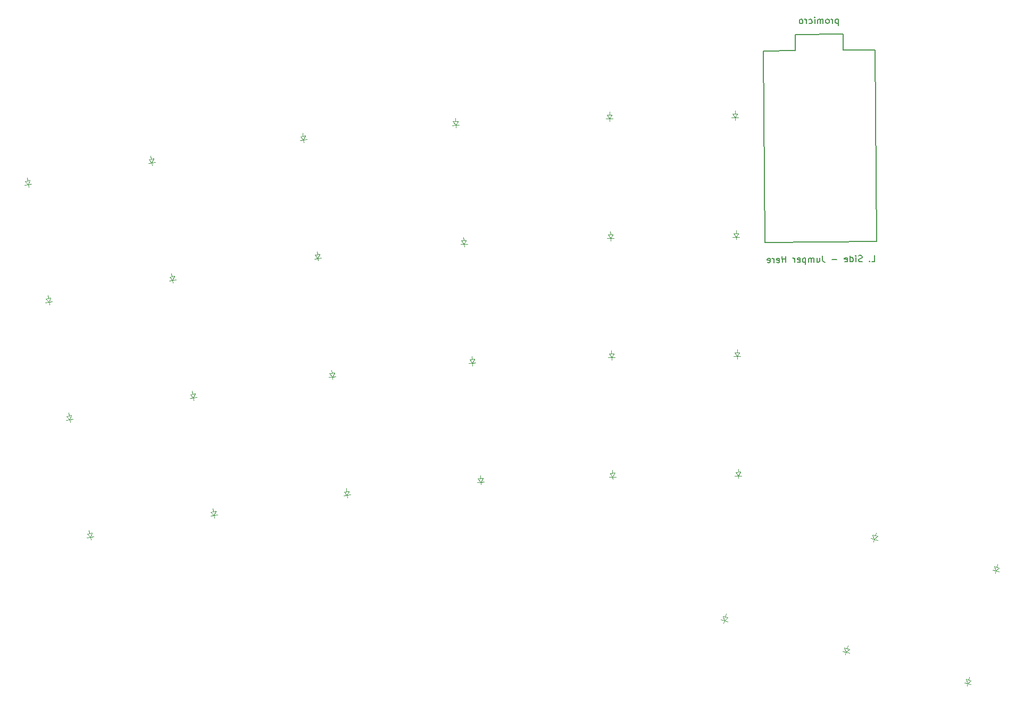
<source format=gbr>
%TF.GenerationSoftware,KiCad,Pcbnew,7.0.10-7.0.10~ubuntu22.04.1*%
%TF.CreationDate,2024-03-04T12:43:43-07:00*%
%TF.ProjectId,boardPcb,626f6172-6450-4636-922e-6b696361645f,v1.0.0*%
%TF.SameCoordinates,Original*%
%TF.FileFunction,Legend,Bot*%
%TF.FilePolarity,Positive*%
%FSLAX46Y46*%
G04 Gerber Fmt 4.6, Leading zero omitted, Abs format (unit mm)*
G04 Created by KiCad (PCBNEW 7.0.10-7.0.10~ubuntu22.04.1) date 2024-03-04 12:43:43*
%MOMM*%
%LPD*%
G01*
G04 APERTURE LIST*
%ADD10C,0.150000*%
%ADD11C,0.100000*%
G04 APERTURE END LIST*
D10*
X267521396Y-137398156D02*
X267997569Y-137394001D01*
X267997569Y-137394001D02*
X267988842Y-136394039D01*
X267187244Y-137305831D02*
X267140043Y-137353864D01*
X267140043Y-137353864D02*
X267188076Y-137401065D01*
X267188076Y-137401065D02*
X267235277Y-137353032D01*
X267235277Y-137353032D02*
X267187244Y-137305831D01*
X267187244Y-137305831D02*
X267188076Y-137401065D01*
X265997229Y-137363837D02*
X265854793Y-137412701D01*
X265854793Y-137412701D02*
X265616707Y-137414778D01*
X265616707Y-137414778D02*
X265521057Y-137367992D01*
X265521057Y-137367992D02*
X265473024Y-137320791D01*
X265473024Y-137320791D02*
X265424576Y-137225972D01*
X265424576Y-137225972D02*
X265423745Y-137130737D01*
X265423745Y-137130737D02*
X265470531Y-137035087D01*
X265470531Y-137035087D02*
X265517733Y-136987054D01*
X265517733Y-136987054D02*
X265612552Y-136938606D01*
X265612552Y-136938606D02*
X265802605Y-136889327D01*
X265802605Y-136889327D02*
X265897424Y-136840878D01*
X265897424Y-136840878D02*
X265944626Y-136792845D01*
X265944626Y-136792845D02*
X265991412Y-136697195D01*
X265991412Y-136697195D02*
X265990581Y-136601961D01*
X265990581Y-136601961D02*
X265942132Y-136507142D01*
X265942132Y-136507142D02*
X265894099Y-136459940D01*
X265894099Y-136459940D02*
X265798449Y-136413154D01*
X265798449Y-136413154D02*
X265560363Y-136415232D01*
X265560363Y-136415232D02*
X265417927Y-136464096D01*
X264997683Y-137420181D02*
X264991865Y-136753539D01*
X264988956Y-136420219D02*
X265036989Y-136467420D01*
X265036989Y-136467420D02*
X264989787Y-136515453D01*
X264989787Y-136515453D02*
X264941755Y-136468251D01*
X264941755Y-136468251D02*
X264988956Y-136420219D01*
X264988956Y-136420219D02*
X264989787Y-136515453D01*
X264092956Y-137428076D02*
X264084229Y-136428114D01*
X264092540Y-137380459D02*
X264188190Y-137427245D01*
X264188190Y-137427245D02*
X264378659Y-137425583D01*
X264378659Y-137425583D02*
X264473478Y-137377134D01*
X264473478Y-137377134D02*
X264520680Y-137329102D01*
X264520680Y-137329102D02*
X264567466Y-137233452D01*
X264567466Y-137233452D02*
X264564973Y-136947748D01*
X264564973Y-136947748D02*
X264516524Y-136852929D01*
X264516524Y-136852929D02*
X264468492Y-136805727D01*
X264468492Y-136805727D02*
X264372842Y-136758941D01*
X264372842Y-136758941D02*
X264182373Y-136760604D01*
X264182373Y-136760604D02*
X264087554Y-136809052D01*
X263235430Y-137387939D02*
X263331080Y-137434725D01*
X263331080Y-137434725D02*
X263521549Y-137433063D01*
X263521549Y-137433063D02*
X263616368Y-137384614D01*
X263616368Y-137384614D02*
X263663154Y-137288964D01*
X263663154Y-137288964D02*
X263659830Y-136908026D01*
X263659830Y-136908026D02*
X263611381Y-136813207D01*
X263611381Y-136813207D02*
X263515731Y-136766421D01*
X263515731Y-136766421D02*
X263325262Y-136768083D01*
X263325262Y-136768083D02*
X263230443Y-136816532D01*
X263230443Y-136816532D02*
X263183657Y-136912182D01*
X263183657Y-136912182D02*
X263184488Y-137007416D01*
X263184488Y-137007416D02*
X263661492Y-137098495D01*
X261994473Y-137065422D02*
X261232597Y-137072071D01*
X259703443Y-136466345D02*
X259709677Y-137180603D01*
X259709677Y-137180603D02*
X259758540Y-137323039D01*
X259758540Y-137323039D02*
X259854606Y-137417443D01*
X259854606Y-137417443D02*
X259997873Y-137463813D01*
X259997873Y-137463813D02*
X260093108Y-137462982D01*
X258801625Y-136807561D02*
X258807442Y-137474202D01*
X259230180Y-136803821D02*
X259234751Y-137327610D01*
X259234751Y-137327610D02*
X259187965Y-137423260D01*
X259187965Y-137423260D02*
X259093146Y-137471709D01*
X259093146Y-137471709D02*
X258950294Y-137472955D01*
X258950294Y-137472955D02*
X258854644Y-137426169D01*
X258854644Y-137426169D02*
X258806611Y-137378967D01*
X258331270Y-137478357D02*
X258325452Y-136811716D01*
X258326283Y-136906951D02*
X258278250Y-136859749D01*
X258278250Y-136859749D02*
X258182600Y-136812963D01*
X258182600Y-136812963D02*
X258039749Y-136814209D01*
X258039749Y-136814209D02*
X257944930Y-136862658D01*
X257944930Y-136862658D02*
X257898144Y-136958308D01*
X257898144Y-136958308D02*
X257902715Y-137482097D01*
X257898144Y-136958308D02*
X257849695Y-136863489D01*
X257849695Y-136863489D02*
X257754045Y-136816703D01*
X257754045Y-136816703D02*
X257611194Y-136817949D01*
X257611194Y-136817949D02*
X257516375Y-136866398D01*
X257516375Y-136866398D02*
X257469589Y-136962048D01*
X257469589Y-136962048D02*
X257474160Y-137485837D01*
X256992170Y-136823352D02*
X257000896Y-137823313D01*
X256992585Y-136870969D02*
X256896935Y-136824183D01*
X256896935Y-136824183D02*
X256706466Y-136825845D01*
X256706466Y-136825845D02*
X256611648Y-136874293D01*
X256611648Y-136874293D02*
X256564446Y-136922326D01*
X256564446Y-136922326D02*
X256517660Y-137017976D01*
X256517660Y-137017976D02*
X256520153Y-137303679D01*
X256520153Y-137303679D02*
X256568601Y-137398498D01*
X256568601Y-137398498D02*
X256616634Y-137445700D01*
X256616634Y-137445700D02*
X256712284Y-137492486D01*
X256712284Y-137492486D02*
X256902753Y-137490824D01*
X256902753Y-137490824D02*
X256997572Y-137442376D01*
X255711907Y-137453595D02*
X255807557Y-137500382D01*
X255807557Y-137500382D02*
X255998026Y-137498719D01*
X255998026Y-137498719D02*
X256092844Y-137450271D01*
X256092844Y-137450271D02*
X256139631Y-137354621D01*
X256139631Y-137354621D02*
X256136306Y-136973683D01*
X256136306Y-136973683D02*
X256087858Y-136878864D01*
X256087858Y-136878864D02*
X255992208Y-136832078D01*
X255992208Y-136832078D02*
X255801739Y-136833740D01*
X255801739Y-136833740D02*
X255706920Y-136882189D01*
X255706920Y-136882189D02*
X255660134Y-136977839D01*
X255660134Y-136977839D02*
X255660965Y-137073073D01*
X255660965Y-137073073D02*
X256137968Y-137164152D01*
X255236150Y-137505368D02*
X255230332Y-136838727D01*
X255231994Y-137029196D02*
X255183546Y-136934377D01*
X255183546Y-136934377D02*
X255135513Y-136887175D01*
X255135513Y-136887175D02*
X255039863Y-136840389D01*
X255039863Y-136840389D02*
X254944629Y-136841220D01*
X253855249Y-137517419D02*
X253846523Y-136517457D01*
X253850678Y-136993629D02*
X253279271Y-136998616D01*
X253283842Y-137522406D02*
X253275116Y-136522444D01*
X252426317Y-137482268D02*
X252521967Y-137529054D01*
X252521967Y-137529054D02*
X252712436Y-137527392D01*
X252712436Y-137527392D02*
X252807255Y-137478944D01*
X252807255Y-137478944D02*
X252854041Y-137383294D01*
X252854041Y-137383294D02*
X252850716Y-137002356D01*
X252850716Y-137002356D02*
X252802268Y-136907537D01*
X252802268Y-136907537D02*
X252706618Y-136860751D01*
X252706618Y-136860751D02*
X252516149Y-136862413D01*
X252516149Y-136862413D02*
X252421330Y-136910861D01*
X252421330Y-136910861D02*
X252374544Y-137006512D01*
X252374544Y-137006512D02*
X252375375Y-137101746D01*
X252375375Y-137101746D02*
X252852378Y-137192825D01*
X251950560Y-137534041D02*
X251944742Y-136867400D01*
X251946404Y-137057869D02*
X251897956Y-136963050D01*
X251897956Y-136963050D02*
X251849923Y-136915848D01*
X251849923Y-136915848D02*
X251754273Y-136869062D01*
X251754273Y-136869062D02*
X251659039Y-136869893D01*
X250950182Y-137495150D02*
X251045832Y-137541936D01*
X251045832Y-137541936D02*
X251236301Y-137540274D01*
X251236301Y-137540274D02*
X251331120Y-137491826D01*
X251331120Y-137491826D02*
X251377906Y-137396176D01*
X251377906Y-137396176D02*
X251374582Y-137015238D01*
X251374582Y-137015238D02*
X251326133Y-136920419D01*
X251326133Y-136920419D02*
X251230483Y-136873633D01*
X251230483Y-136873633D02*
X251040014Y-136875295D01*
X251040014Y-136875295D02*
X250945195Y-136923744D01*
X250945195Y-136923744D02*
X250898409Y-137019394D01*
X250898409Y-137019394D02*
X250899240Y-137114628D01*
X250899240Y-137114628D02*
X251376244Y-137205707D01*
X262207969Y-98776387D02*
X262216695Y-99776349D01*
X262208384Y-98824004D02*
X262112734Y-98777218D01*
X262112734Y-98777218D02*
X261922265Y-98778880D01*
X261922265Y-98778880D02*
X261827446Y-98827329D01*
X261827446Y-98827329D02*
X261780245Y-98875361D01*
X261780245Y-98875361D02*
X261733458Y-98971011D01*
X261733458Y-98971011D02*
X261735952Y-99256715D01*
X261735952Y-99256715D02*
X261784400Y-99351534D01*
X261784400Y-99351534D02*
X261832433Y-99398735D01*
X261832433Y-99398735D02*
X261928083Y-99445522D01*
X261928083Y-99445522D02*
X262118552Y-99443859D01*
X262118552Y-99443859D02*
X262213371Y-99395411D01*
X261309059Y-99450924D02*
X261303241Y-98784282D01*
X261304903Y-98974751D02*
X261256455Y-98879932D01*
X261256455Y-98879932D02*
X261208422Y-98832731D01*
X261208422Y-98832731D02*
X261112772Y-98785945D01*
X261112772Y-98785945D02*
X261017538Y-98786776D01*
X260547183Y-99457573D02*
X260642002Y-99409124D01*
X260642002Y-99409124D02*
X260689203Y-99361091D01*
X260689203Y-99361091D02*
X260735989Y-99265441D01*
X260735989Y-99265441D02*
X260733496Y-98979738D01*
X260733496Y-98979738D02*
X260685048Y-98884919D01*
X260685048Y-98884919D02*
X260637015Y-98837717D01*
X260637015Y-98837717D02*
X260541365Y-98790931D01*
X260541365Y-98790931D02*
X260398513Y-98792178D01*
X260398513Y-98792178D02*
X260303694Y-98840626D01*
X260303694Y-98840626D02*
X260256493Y-98888659D01*
X260256493Y-98888659D02*
X260209706Y-98984309D01*
X260209706Y-98984309D02*
X260212200Y-99270012D01*
X260212200Y-99270012D02*
X260260648Y-99364831D01*
X260260648Y-99364831D02*
X260308681Y-99412033D01*
X260308681Y-99412033D02*
X260404331Y-99458819D01*
X260404331Y-99458819D02*
X260547183Y-99457573D01*
X259785307Y-99464221D02*
X259779489Y-98797580D01*
X259780320Y-98892815D02*
X259732287Y-98845613D01*
X259732287Y-98845613D02*
X259636637Y-98798827D01*
X259636637Y-98798827D02*
X259493786Y-98800073D01*
X259493786Y-98800073D02*
X259398967Y-98848522D01*
X259398967Y-98848522D02*
X259352181Y-98944172D01*
X259352181Y-98944172D02*
X259356752Y-99467961D01*
X259352181Y-98944172D02*
X259303732Y-98849353D01*
X259303732Y-98849353D02*
X259208082Y-98802567D01*
X259208082Y-98802567D02*
X259065231Y-98803813D01*
X259065231Y-98803813D02*
X258970412Y-98852262D01*
X258970412Y-98852262D02*
X258923626Y-98947912D01*
X258923626Y-98947912D02*
X258928197Y-99471701D01*
X258452025Y-99475857D02*
X258446207Y-98809215D01*
X258443298Y-98475895D02*
X258491331Y-98523096D01*
X258491331Y-98523096D02*
X258444129Y-98571129D01*
X258444129Y-98571129D02*
X258396096Y-98523928D01*
X258396096Y-98523928D02*
X258443298Y-98475895D01*
X258443298Y-98475895D02*
X258444129Y-98571129D01*
X257546882Y-99436135D02*
X257642532Y-99482921D01*
X257642532Y-99482921D02*
X257833001Y-99481259D01*
X257833001Y-99481259D02*
X257927820Y-99432810D01*
X257927820Y-99432810D02*
X257975022Y-99384778D01*
X257975022Y-99384778D02*
X258021808Y-99289128D01*
X258021808Y-99289128D02*
X258019314Y-99003424D01*
X258019314Y-99003424D02*
X257970866Y-98908605D01*
X257970866Y-98908605D02*
X257922833Y-98861404D01*
X257922833Y-98861404D02*
X257827183Y-98814618D01*
X257827183Y-98814618D02*
X257636714Y-98816280D01*
X257636714Y-98816280D02*
X257541895Y-98864728D01*
X257118742Y-99487492D02*
X257112925Y-98820851D01*
X257114587Y-99011320D02*
X257066138Y-98916501D01*
X257066138Y-98916501D02*
X257018106Y-98869299D01*
X257018106Y-98869299D02*
X256922456Y-98822513D01*
X256922456Y-98822513D02*
X256827221Y-98823344D01*
X256356866Y-99494141D02*
X256451685Y-99445693D01*
X256451685Y-99445693D02*
X256498887Y-99397660D01*
X256498887Y-99397660D02*
X256545673Y-99302010D01*
X256545673Y-99302010D02*
X256543180Y-99016306D01*
X256543180Y-99016306D02*
X256494731Y-98921487D01*
X256494731Y-98921487D02*
X256446699Y-98874286D01*
X256446699Y-98874286D02*
X256351048Y-98827500D01*
X256351048Y-98827500D02*
X256208197Y-98828746D01*
X256208197Y-98828746D02*
X256113378Y-98877195D01*
X256113378Y-98877195D02*
X256066176Y-98925227D01*
X256066176Y-98925227D02*
X256019390Y-99020877D01*
X256019390Y-99020877D02*
X256021883Y-99306581D01*
X256021883Y-99306581D02*
X256070332Y-99401400D01*
X256070332Y-99401400D02*
X256118364Y-99448601D01*
X256118364Y-99448601D02*
X256214014Y-99495388D01*
X256214014Y-99495388D02*
X256356866Y-99494141D01*
D11*
%TO.C,D7*%
X156314789Y-140744446D02*
X156245330Y-140350523D01*
X156245330Y-140350523D02*
X155703686Y-140446029D01*
X156245330Y-140350523D02*
X156786974Y-140255016D01*
X156245330Y-140350523D02*
X155747218Y-139829097D01*
X155747218Y-139829097D02*
X156535064Y-139690179D01*
X156141141Y-139759638D02*
X156054317Y-139267234D01*
X156535064Y-139690179D02*
X156245330Y-140350523D01*
%TO.C,D23*%
X245942268Y-133881514D02*
X245938777Y-133481530D01*
X245938777Y-133481530D02*
X245388798Y-133486329D01*
X245938777Y-133481530D02*
X246488756Y-133476730D01*
X245938777Y-133481530D02*
X245533557Y-132885043D01*
X245533557Y-132885043D02*
X246333526Y-132878062D01*
X245933541Y-132881553D02*
X245929178Y-132381572D01*
X246333526Y-132878062D02*
X245938777Y-133481530D01*
%TO.C,D15*%
X202658094Y-135001475D02*
X202630192Y-134602449D01*
X202630192Y-134602449D02*
X202081532Y-134640815D01*
X202630192Y-134602449D02*
X203178852Y-134564083D01*
X202630192Y-134602449D02*
X202189312Y-134031814D01*
X202189312Y-134031814D02*
X202987364Y-133976008D01*
X202588338Y-134003911D02*
X202553460Y-133505129D01*
X202987364Y-133976008D02*
X202630192Y-134602449D01*
%TO.C,D16*%
X201332721Y-116047758D02*
X201304819Y-115648732D01*
X201304819Y-115648732D02*
X200756159Y-115687098D01*
X201304819Y-115648732D02*
X201853479Y-115610366D01*
X201304819Y-115648732D02*
X200863939Y-115078097D01*
X200863939Y-115078097D02*
X201661991Y-115022291D01*
X201262965Y-115050194D02*
X201228087Y-114551412D01*
X201661991Y-115022291D02*
X201304819Y-115648732D01*
%TO.C,D17*%
X226274638Y-172054598D02*
X226271147Y-171654614D01*
X226271147Y-171654614D02*
X225721168Y-171659413D01*
X226271147Y-171654614D02*
X226821126Y-171649814D01*
X226271147Y-171654614D02*
X225865927Y-171058127D01*
X225865927Y-171058127D02*
X226665896Y-171051146D01*
X226265911Y-171054637D02*
X226261548Y-170554656D01*
X226665896Y-171051146D02*
X226271147Y-171654614D01*
%TO.C,D5*%
X162913420Y-178167141D02*
X162843961Y-177773218D01*
X162843961Y-177773218D02*
X162302317Y-177868724D01*
X162843961Y-177773218D02*
X163385605Y-177677711D01*
X162843961Y-177773218D02*
X162345849Y-177251792D01*
X162345849Y-177251792D02*
X163133695Y-177112874D01*
X162739772Y-177182333D02*
X162652948Y-176689929D01*
X163133695Y-177112874D02*
X162843961Y-177773218D01*
%TO.C,D29*%
X287172774Y-186997047D02*
X287272926Y-186609788D01*
X287272926Y-186609788D02*
X286740445Y-186472079D01*
X287272926Y-186609788D02*
X287805407Y-186747497D01*
X287272926Y-186609788D02*
X287035895Y-185928747D01*
X287035895Y-185928747D02*
X287810413Y-186129051D01*
X287423154Y-186028899D02*
X287548344Y-185544825D01*
X287810413Y-186129051D02*
X287272926Y-186609788D01*
%TO.C,D6*%
X159614105Y-159455794D02*
X159544646Y-159061871D01*
X159544646Y-159061871D02*
X159003002Y-159157377D01*
X159544646Y-159061871D02*
X160086290Y-158966364D01*
X159544646Y-159061871D02*
X159046534Y-158540445D01*
X159046534Y-158540445D02*
X159834380Y-158401527D01*
X159440457Y-158470986D02*
X159353633Y-157978582D01*
X159834380Y-158401527D02*
X159544646Y-159061871D01*
%TO.C,D1*%
X143217265Y-181640104D02*
X143147806Y-181246181D01*
X143147806Y-181246181D02*
X142606162Y-181341687D01*
X143147806Y-181246181D02*
X143689450Y-181150674D01*
X143147806Y-181246181D02*
X142649694Y-180724755D01*
X142649694Y-180724755D02*
X143437540Y-180585837D01*
X143043617Y-180655296D02*
X142956793Y-180162892D01*
X143437540Y-180585837D02*
X143147806Y-181246181D01*
%TO.C,D18*%
X226108834Y-153055321D02*
X226105343Y-152655337D01*
X226105343Y-152655337D02*
X225555364Y-152660136D01*
X226105343Y-152655337D02*
X226655322Y-152650537D01*
X226105343Y-152655337D02*
X225700123Y-152058850D01*
X225700123Y-152058850D02*
X226500092Y-152051869D01*
X226100107Y-152055360D02*
X226095744Y-151555379D01*
X226500092Y-152051869D02*
X226105343Y-152655337D01*
%TO.C,D10*%
X181726767Y-156124567D02*
X181678019Y-155727548D01*
X181678019Y-155727548D02*
X181132119Y-155794576D01*
X181678019Y-155727548D02*
X182223920Y-155660520D01*
X181678019Y-155727548D02*
X181207879Y-155180768D01*
X181207879Y-155180768D02*
X182001916Y-155083273D01*
X181604898Y-155132020D02*
X181543963Y-154635747D01*
X182001916Y-155083273D02*
X181678019Y-155727548D01*
%TO.C,D2*%
X139917950Y-162928757D02*
X139848491Y-162534834D01*
X139848491Y-162534834D02*
X139306847Y-162630340D01*
X139848491Y-162534834D02*
X140390135Y-162439327D01*
X139848491Y-162534834D02*
X139350379Y-162013408D01*
X139350379Y-162013408D02*
X140138225Y-161874490D01*
X139744302Y-161943949D02*
X139657478Y-161451545D01*
X140138225Y-161874490D02*
X139848491Y-162534834D01*
%TO.C,D9*%
X184042285Y-174982944D02*
X183993537Y-174585925D01*
X183993537Y-174585925D02*
X183447637Y-174652953D01*
X183993537Y-174585925D02*
X184539438Y-174518897D01*
X183993537Y-174585925D02*
X183523397Y-174039145D01*
X183523397Y-174039145D02*
X184317434Y-173941650D01*
X183920416Y-173990397D02*
X183859481Y-173494124D01*
X184317434Y-173941650D02*
X183993537Y-174585925D01*
%TO.C,D26*%
X263318947Y-199946882D02*
X263419099Y-199559623D01*
X263419099Y-199559623D02*
X262886618Y-199421914D01*
X263419099Y-199559623D02*
X263951580Y-199697332D01*
X263419099Y-199559623D02*
X263182068Y-198878582D01*
X263182068Y-198878582D02*
X263956586Y-199078886D01*
X263569327Y-198978734D02*
X263694517Y-198494660D01*
X263956586Y-199078886D02*
X263419099Y-199559623D01*
%TO.C,D4*%
X133319319Y-125506063D02*
X133249860Y-125112140D01*
X133249860Y-125112140D02*
X132708216Y-125207646D01*
X133249860Y-125112140D02*
X133791504Y-125016633D01*
X133249860Y-125112140D02*
X132751748Y-124590714D01*
X132751748Y-124590714D02*
X133539594Y-124451796D01*
X133145671Y-124521255D02*
X133058847Y-124028851D01*
X133539594Y-124451796D02*
X133249860Y-125112140D01*
%TO.C,D21*%
X246273876Y-171880067D02*
X246270385Y-171480083D01*
X246270385Y-171480083D02*
X245720406Y-171484882D01*
X246270385Y-171480083D02*
X246820364Y-171475283D01*
X246270385Y-171480083D02*
X245865165Y-170883596D01*
X245865165Y-170883596D02*
X246665134Y-170876615D01*
X246265149Y-170880106D02*
X246260786Y-170380125D01*
X246665134Y-170876615D02*
X246270385Y-171480083D01*
D10*
%TO.C,*%
X250290383Y-103852427D02*
X250556368Y-134331267D01*
X250556368Y-134331267D02*
X268335691Y-134176109D01*
X255348024Y-101268193D02*
X255370190Y-103808096D01*
X255370190Y-103808096D02*
X250290383Y-103852427D01*
X262967734Y-101201697D02*
X255348024Y-101268193D01*
X262989900Y-103741600D02*
X262967734Y-101201697D01*
X268069706Y-103697269D02*
X262989900Y-103741600D01*
X268335691Y-134176109D02*
X268069706Y-103697269D01*
D11*
%TO.C,D20*%
X225777225Y-115056768D02*
X225773734Y-114656784D01*
X225773734Y-114656784D02*
X225223755Y-114661583D01*
X225773734Y-114656784D02*
X226323713Y-114651984D01*
X225773734Y-114656784D02*
X225368514Y-114060297D01*
X225368514Y-114060297D02*
X226168483Y-114053316D01*
X225768498Y-114056807D02*
X225764135Y-113556826D01*
X226168483Y-114053316D02*
X225773734Y-114656784D01*
%TO.C,D12*%
X177095732Y-118407813D02*
X177046984Y-118010794D01*
X177046984Y-118010794D02*
X176501084Y-118077822D01*
X177046984Y-118010794D02*
X177592885Y-117943766D01*
X177046984Y-118010794D02*
X176576844Y-117464014D01*
X176576844Y-117464014D02*
X177370881Y-117366519D01*
X176973863Y-117415266D02*
X176912928Y-116918993D01*
X177370881Y-117366519D02*
X177046984Y-118010794D01*
%TO.C,D8*%
X153015474Y-122033099D02*
X152946015Y-121639176D01*
X152946015Y-121639176D02*
X152404371Y-121734682D01*
X152946015Y-121639176D02*
X153487659Y-121543669D01*
X152946015Y-121639176D02*
X152447903Y-121117750D01*
X152447903Y-121117750D02*
X153235749Y-120978832D01*
X152841826Y-121048291D02*
X152755002Y-120555887D01*
X153235749Y-120978832D02*
X152946015Y-121639176D01*
%TO.C,D19*%
X225943029Y-134056045D02*
X225939538Y-133656061D01*
X225939538Y-133656061D02*
X225389559Y-133660860D01*
X225939538Y-133656061D02*
X226489517Y-133651261D01*
X225939538Y-133656061D02*
X225534318Y-133059574D01*
X225534318Y-133059574D02*
X226334287Y-133052593D01*
X225934302Y-133056084D02*
X225929939Y-132556103D01*
X226334287Y-133052593D02*
X225939538Y-133656061D01*
%TO.C,D24*%
X245776464Y-114882237D02*
X245772973Y-114482253D01*
X245772973Y-114482253D02*
X245222994Y-114487052D01*
X245772973Y-114482253D02*
X246322952Y-114477453D01*
X245772973Y-114482253D02*
X245367753Y-113885766D01*
X245367753Y-113885766D02*
X246167722Y-113878785D01*
X245767737Y-113882276D02*
X245763374Y-113382295D01*
X246167722Y-113878785D02*
X245772973Y-114482253D01*
%TO.C,D22*%
X246108072Y-152880790D02*
X246104581Y-152480806D01*
X246104581Y-152480806D02*
X245554602Y-152485605D01*
X246104581Y-152480806D02*
X246654560Y-152476006D01*
X246104581Y-152480806D02*
X245699361Y-151884319D01*
X245699361Y-151884319D02*
X246499330Y-151877338D01*
X246099345Y-151880829D02*
X246094982Y-151380848D01*
X246499330Y-151877338D02*
X246104581Y-152480806D01*
%TO.C,D14*%
X203983467Y-153955192D02*
X203955565Y-153556166D01*
X203955565Y-153556166D02*
X203406905Y-153594532D01*
X203955565Y-153556166D02*
X204504225Y-153517800D01*
X203955565Y-153556166D02*
X203514685Y-152985531D01*
X203514685Y-152985531D02*
X204312737Y-152929725D01*
X203913711Y-152957628D02*
X203878833Y-152458846D01*
X204312737Y-152929725D02*
X203955565Y-153556166D01*
%TO.C,D13*%
X205308840Y-172908909D02*
X205280938Y-172509883D01*
X205280938Y-172509883D02*
X204732278Y-172548249D01*
X205280938Y-172509883D02*
X205829598Y-172471517D01*
X205280938Y-172509883D02*
X204840058Y-171939248D01*
X204840058Y-171939248D02*
X205638110Y-171883442D01*
X205239084Y-171911345D02*
X205204206Y-171412563D01*
X205638110Y-171883442D02*
X205280938Y-172509883D01*
%TO.C,D11*%
X179411250Y-137266190D02*
X179362502Y-136869171D01*
X179362502Y-136869171D02*
X178816602Y-136936199D01*
X179362502Y-136869171D02*
X179908403Y-136802143D01*
X179362502Y-136869171D02*
X178892362Y-136322391D01*
X178892362Y-136322391D02*
X179686399Y-136224896D01*
X179289381Y-136273643D02*
X179228446Y-135777370D01*
X179686399Y-136224896D02*
X179362502Y-136869171D01*
%TO.C,D25*%
X243955994Y-194939282D02*
X244056146Y-194552023D01*
X244056146Y-194552023D02*
X243523665Y-194414314D01*
X244056146Y-194552023D02*
X244588627Y-194689732D01*
X244056146Y-194552023D02*
X243819115Y-193870982D01*
X243819115Y-193870982D02*
X244593633Y-194071286D01*
X244206374Y-193971134D02*
X244331564Y-193487060D01*
X244593633Y-194071286D02*
X244056146Y-194552023D01*
%TO.C,D27*%
X282681900Y-204954482D02*
X282782052Y-204567223D01*
X282782052Y-204567223D02*
X282249571Y-204429514D01*
X282782052Y-204567223D02*
X283314533Y-204704932D01*
X282782052Y-204567223D02*
X282545021Y-203886182D01*
X282545021Y-203886182D02*
X283319539Y-204086486D01*
X282932280Y-203986334D02*
X283057470Y-203502260D01*
X283319539Y-204086486D02*
X282782052Y-204567223D01*
%TO.C,D3*%
X136618634Y-144217410D02*
X136549175Y-143823487D01*
X136549175Y-143823487D02*
X136007531Y-143918993D01*
X136549175Y-143823487D02*
X137090819Y-143727980D01*
X136549175Y-143823487D02*
X136051063Y-143302061D01*
X136051063Y-143302061D02*
X136838909Y-143163143D01*
X136444986Y-143232602D02*
X136358162Y-142740198D01*
X136838909Y-143163143D02*
X136549175Y-143823487D01*
%TO.C,D28*%
X267809821Y-181989447D02*
X267909973Y-181602188D01*
X267909973Y-181602188D02*
X267377492Y-181464479D01*
X267909973Y-181602188D02*
X268442454Y-181739897D01*
X267909973Y-181602188D02*
X267672942Y-180921147D01*
X267672942Y-180921147D02*
X268447460Y-181121451D01*
X268060201Y-181021299D02*
X268185391Y-180537225D01*
X268447460Y-181121451D02*
X267909973Y-181602188D01*
%TD*%
M02*

</source>
